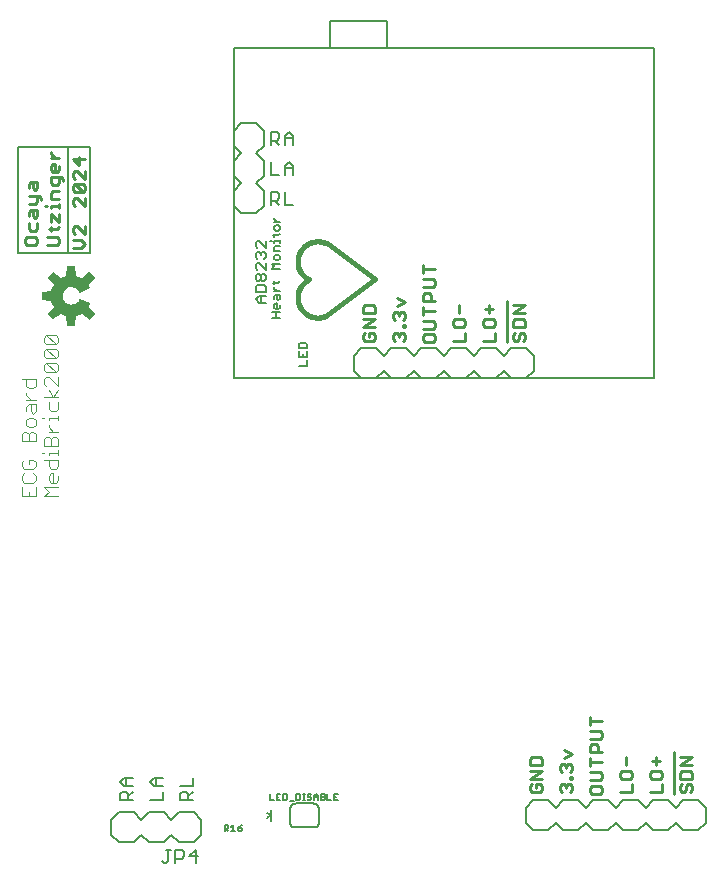
<source format=gbr>
G04 EAGLE Gerber RS-274X export*
G75*
%MOMM*%
%FSLAX34Y34*%
%LPD*%
%INSilkscreen Top*%
%IPPOS*%
%AMOC8*
5,1,8,0,0,1.08239X$1,22.5*%
G01*
%ADD10C,0.254000*%
%ADD11C,0.203200*%
%ADD12C,0.101600*%
%ADD13C,0.152400*%
%ADD14C,0.127000*%
%ADD15C,0.406400*%

G36*
X65578Y464813D02*
X65578Y464813D01*
X65610Y464811D01*
X65661Y464833D01*
X65716Y464845D01*
X65740Y464866D01*
X65770Y464878D01*
X65806Y464920D01*
X65849Y464955D01*
X65862Y464985D01*
X65883Y465009D01*
X65904Y465078D01*
X65920Y465114D01*
X65920Y465129D01*
X65925Y465148D01*
X66719Y472967D01*
X69193Y473759D01*
X69216Y473772D01*
X69251Y473783D01*
X71561Y474972D01*
X77652Y470005D01*
X77680Y469991D01*
X77704Y469970D01*
X77757Y469954D01*
X77807Y469929D01*
X77839Y469929D01*
X77870Y469920D01*
X77925Y469930D01*
X77981Y469930D01*
X78009Y469945D01*
X78041Y469950D01*
X78100Y469990D01*
X78136Y470008D01*
X78145Y470020D01*
X78161Y470031D01*
X82469Y474339D01*
X82486Y474366D01*
X82510Y474387D01*
X82531Y474439D01*
X82560Y474486D01*
X82563Y474518D01*
X82575Y474548D01*
X82572Y474603D01*
X82577Y474659D01*
X82565Y474689D01*
X82563Y474721D01*
X82529Y474784D01*
X82515Y474821D01*
X82504Y474831D01*
X82495Y474848D01*
X77528Y480939D01*
X78718Y483248D01*
X78734Y483312D01*
X78757Y483375D01*
X78755Y483396D01*
X78760Y483416D01*
X78746Y483481D01*
X78739Y483547D01*
X78728Y483565D01*
X78723Y483585D01*
X78682Y483637D01*
X78646Y483693D01*
X78627Y483706D01*
X78615Y483721D01*
X78581Y483737D01*
X78526Y483773D01*
X69864Y487361D01*
X69831Y487367D01*
X69802Y487381D01*
X69747Y487380D01*
X69693Y487389D01*
X69661Y487380D01*
X69629Y487380D01*
X69580Y487355D01*
X69527Y487339D01*
X69503Y487316D01*
X69474Y487302D01*
X69429Y487247D01*
X69401Y487220D01*
X69395Y487205D01*
X69383Y487189D01*
X68678Y485871D01*
X67754Y484745D01*
X66628Y483821D01*
X65344Y483135D01*
X63950Y482712D01*
X62501Y482569D01*
X60982Y482726D01*
X59529Y483189D01*
X58200Y483940D01*
X57053Y484946D01*
X56136Y486165D01*
X55486Y487546D01*
X55133Y489030D01*
X55090Y490555D01*
X55360Y492057D01*
X55930Y493472D01*
X56778Y494740D01*
X57867Y495809D01*
X59151Y496633D01*
X60577Y497177D01*
X62083Y497419D01*
X63607Y497347D01*
X65085Y496966D01*
X66453Y496292D01*
X67655Y495352D01*
X68639Y494186D01*
X69384Y492809D01*
X69405Y492786D01*
X69418Y492757D01*
X69461Y492721D01*
X69498Y492680D01*
X69528Y492668D01*
X69552Y492648D01*
X69607Y492635D01*
X69659Y492614D01*
X69691Y492617D01*
X69722Y492610D01*
X69793Y492624D01*
X69832Y492627D01*
X69845Y492635D01*
X69864Y492639D01*
X78526Y496227D01*
X78580Y496266D01*
X78637Y496298D01*
X78649Y496315D01*
X78666Y496328D01*
X78698Y496386D01*
X78735Y496441D01*
X78738Y496462D01*
X78748Y496481D01*
X78750Y496547D01*
X78759Y496613D01*
X78752Y496636D01*
X78753Y496654D01*
X78736Y496689D01*
X78718Y496752D01*
X77528Y499061D01*
X82495Y505152D01*
X82509Y505180D01*
X82530Y505204D01*
X82546Y505257D01*
X82571Y505307D01*
X82571Y505339D01*
X82580Y505370D01*
X82570Y505425D01*
X82570Y505481D01*
X82555Y505509D01*
X82550Y505541D01*
X82510Y505600D01*
X82492Y505636D01*
X82480Y505645D01*
X82469Y505661D01*
X78161Y509969D01*
X78134Y509986D01*
X78113Y510010D01*
X78061Y510031D01*
X78014Y510060D01*
X77982Y510063D01*
X77952Y510075D01*
X77897Y510072D01*
X77841Y510077D01*
X77811Y510065D01*
X77779Y510063D01*
X77716Y510029D01*
X77679Y510015D01*
X77669Y510004D01*
X77652Y509995D01*
X71561Y505028D01*
X69251Y506217D01*
X69239Y506220D01*
X69232Y506225D01*
X69217Y506228D01*
X69193Y506241D01*
X66719Y507033D01*
X65925Y514852D01*
X65915Y514883D01*
X65914Y514915D01*
X65887Y514964D01*
X65869Y515016D01*
X65846Y515039D01*
X65831Y515067D01*
X65785Y515099D01*
X65746Y515138D01*
X65715Y515148D01*
X65689Y515167D01*
X65619Y515180D01*
X65581Y515193D01*
X65566Y515191D01*
X65547Y515194D01*
X59453Y515194D01*
X59422Y515187D01*
X59390Y515189D01*
X59339Y515167D01*
X59284Y515155D01*
X59260Y515134D01*
X59230Y515122D01*
X59194Y515080D01*
X59151Y515045D01*
X59138Y515015D01*
X59117Y514991D01*
X59096Y514922D01*
X59080Y514886D01*
X59080Y514871D01*
X59075Y514852D01*
X58281Y507033D01*
X55807Y506241D01*
X55784Y506228D01*
X55749Y506217D01*
X53439Y505028D01*
X47348Y509995D01*
X47320Y510009D01*
X47296Y510030D01*
X47243Y510046D01*
X47193Y510071D01*
X47161Y510071D01*
X47130Y510080D01*
X47075Y510070D01*
X47019Y510070D01*
X46991Y510055D01*
X46959Y510050D01*
X46900Y510010D01*
X46865Y509992D01*
X46855Y509980D01*
X46839Y509969D01*
X42531Y505661D01*
X42514Y505634D01*
X42490Y505613D01*
X42469Y505561D01*
X42440Y505514D01*
X42437Y505482D01*
X42425Y505452D01*
X42429Y505397D01*
X42423Y505341D01*
X42435Y505311D01*
X42437Y505279D01*
X42471Y505216D01*
X42485Y505179D01*
X42496Y505169D01*
X42505Y505152D01*
X47472Y499061D01*
X46283Y496751D01*
X46276Y496725D01*
X46259Y496693D01*
X45467Y494219D01*
X37648Y493425D01*
X37617Y493415D01*
X37585Y493414D01*
X37536Y493387D01*
X37484Y493369D01*
X37461Y493346D01*
X37433Y493331D01*
X37401Y493285D01*
X37362Y493246D01*
X37352Y493215D01*
X37333Y493189D01*
X37320Y493119D01*
X37307Y493081D01*
X37309Y493066D01*
X37306Y493047D01*
X37306Y486953D01*
X37313Y486922D01*
X37311Y486890D01*
X37333Y486839D01*
X37345Y486784D01*
X37366Y486760D01*
X37378Y486730D01*
X37420Y486694D01*
X37455Y486651D01*
X37485Y486638D01*
X37509Y486617D01*
X37578Y486596D01*
X37614Y486580D01*
X37629Y486580D01*
X37648Y486575D01*
X45467Y485781D01*
X46259Y483307D01*
X46272Y483284D01*
X46283Y483249D01*
X47472Y480939D01*
X42505Y474848D01*
X42491Y474820D01*
X42470Y474796D01*
X42454Y474743D01*
X42429Y474693D01*
X42429Y474661D01*
X42420Y474630D01*
X42430Y474575D01*
X42430Y474519D01*
X42445Y474491D01*
X42450Y474459D01*
X42490Y474400D01*
X42508Y474365D01*
X42520Y474355D01*
X42531Y474339D01*
X46839Y470031D01*
X46866Y470014D01*
X46887Y469990D01*
X46939Y469969D01*
X46986Y469940D01*
X47018Y469937D01*
X47048Y469925D01*
X47103Y469929D01*
X47159Y469923D01*
X47189Y469935D01*
X47221Y469937D01*
X47284Y469971D01*
X47321Y469985D01*
X47331Y469996D01*
X47348Y470005D01*
X53439Y474972D01*
X55749Y473783D01*
X55775Y473776D01*
X55807Y473759D01*
X58281Y472967D01*
X59075Y465148D01*
X59085Y465117D01*
X59086Y465085D01*
X59113Y465036D01*
X59131Y464984D01*
X59154Y464961D01*
X59169Y464933D01*
X59215Y464901D01*
X59254Y464862D01*
X59285Y464852D01*
X59311Y464833D01*
X59381Y464820D01*
X59419Y464807D01*
X59434Y464809D01*
X59453Y464806D01*
X65547Y464806D01*
X65578Y464813D01*
G37*
D10*
X452506Y76329D02*
X450811Y74634D01*
X450811Y71245D01*
X452506Y69550D01*
X459285Y69550D01*
X460980Y71245D01*
X460980Y74634D01*
X459285Y76329D01*
X455896Y76329D01*
X455896Y72940D01*
X460980Y81244D02*
X450811Y81244D01*
X460980Y88023D01*
X450811Y88023D01*
X450811Y92938D02*
X460980Y92938D01*
X460980Y98022D01*
X459285Y99717D01*
X452506Y99717D01*
X450811Y98022D01*
X450811Y92938D01*
X476211Y71245D02*
X477906Y69550D01*
X476211Y71245D02*
X476211Y74634D01*
X477906Y76329D01*
X479601Y76329D01*
X481296Y74634D01*
X481296Y72940D01*
X481296Y74634D02*
X482990Y76329D01*
X484685Y76329D01*
X486380Y74634D01*
X486380Y71245D01*
X484685Y69550D01*
X484685Y81244D02*
X486380Y81244D01*
X484685Y81244D02*
X484685Y82939D01*
X486380Y82939D01*
X486380Y81244D01*
X477906Y87091D02*
X476211Y88786D01*
X476211Y92175D01*
X477906Y93870D01*
X479601Y93870D01*
X481296Y92175D01*
X481296Y90481D01*
X481296Y92175D02*
X482990Y93870D01*
X484685Y93870D01*
X486380Y92175D01*
X486380Y88786D01*
X484685Y87091D01*
X479601Y98785D02*
X486380Y102174D01*
X479601Y105564D01*
X572740Y103362D02*
X572740Y68280D01*
X577811Y74634D02*
X579506Y76329D01*
X577811Y74634D02*
X577811Y71245D01*
X579506Y69550D01*
X581201Y69550D01*
X582896Y71245D01*
X582896Y74634D01*
X584590Y76329D01*
X586285Y76329D01*
X587980Y74634D01*
X587980Y71245D01*
X586285Y69550D01*
X587980Y81244D02*
X577811Y81244D01*
X587980Y81244D02*
X587980Y86328D01*
X586285Y88023D01*
X579506Y88023D01*
X577811Y86328D01*
X577811Y81244D01*
X577811Y92938D02*
X587980Y92938D01*
X587980Y99717D02*
X577811Y92938D01*
X577811Y99717D02*
X587980Y99717D01*
X537180Y69550D02*
X527011Y69550D01*
X537180Y69550D02*
X537180Y76329D01*
X527011Y82939D02*
X527011Y86328D01*
X527011Y82939D02*
X528706Y81244D01*
X535485Y81244D01*
X537180Y82939D01*
X537180Y86328D01*
X535485Y88023D01*
X528706Y88023D01*
X527011Y86328D01*
X532096Y92938D02*
X532096Y99717D01*
X552411Y69550D02*
X562580Y69550D01*
X562580Y76329D01*
X552411Y82939D02*
X552411Y86328D01*
X552411Y82939D02*
X554106Y81244D01*
X560885Y81244D01*
X562580Y82939D01*
X562580Y86328D01*
X560885Y88023D01*
X554106Y88023D01*
X552411Y86328D01*
X557496Y92938D02*
X557496Y99717D01*
X560885Y96328D02*
X554106Y96328D01*
X501611Y73364D02*
X501611Y69975D01*
X503306Y68280D01*
X510085Y68280D01*
X511780Y69975D01*
X511780Y73364D01*
X510085Y75059D01*
X503306Y75059D01*
X501611Y73364D01*
X501611Y79974D02*
X510085Y79974D01*
X511780Y81669D01*
X511780Y85058D01*
X510085Y86753D01*
X501611Y86753D01*
X501611Y95058D02*
X511780Y95058D01*
X501611Y98447D02*
X501611Y91668D01*
X501611Y103362D02*
X511780Y103362D01*
X501611Y103362D02*
X501611Y108446D01*
X503306Y110141D01*
X506696Y110141D01*
X508390Y108446D01*
X508390Y103362D01*
X510085Y115056D02*
X501611Y115056D01*
X510085Y115056D02*
X511780Y116751D01*
X511780Y120140D01*
X510085Y121835D01*
X501611Y121835D01*
X501611Y130139D02*
X511780Y130139D01*
X501611Y126750D02*
X501611Y133529D01*
D11*
X139734Y63096D02*
X129057Y63096D01*
X139734Y63096D02*
X139734Y70214D01*
X139734Y74790D02*
X132616Y74790D01*
X129057Y78349D01*
X132616Y81908D01*
X139734Y81908D01*
X134395Y81908D02*
X134395Y74790D01*
X114334Y63096D02*
X103657Y63096D01*
X103657Y68435D01*
X105436Y70214D01*
X108995Y70214D01*
X110775Y68435D01*
X110775Y63096D01*
X110775Y66655D02*
X114334Y70214D01*
X114334Y74790D02*
X107216Y74790D01*
X103657Y78349D01*
X107216Y81908D01*
X114334Y81908D01*
X108995Y81908D02*
X108995Y74790D01*
X154457Y63096D02*
X165134Y63096D01*
X154457Y63096D02*
X154457Y68435D01*
X156236Y70214D01*
X159795Y70214D01*
X161575Y68435D01*
X161575Y63096D01*
X161575Y66655D02*
X165134Y70214D01*
X165134Y74790D02*
X154457Y74790D01*
X165134Y74790D02*
X165134Y81908D01*
D12*
X20498Y320180D02*
X20498Y327976D01*
X20498Y320180D02*
X32192Y320180D01*
X32192Y327976D01*
X26345Y324078D02*
X26345Y320180D01*
X20498Y337721D02*
X22447Y339670D01*
X20498Y337721D02*
X20498Y333823D01*
X22447Y331874D01*
X30243Y331874D01*
X32192Y333823D01*
X32192Y337721D01*
X30243Y339670D01*
X20498Y349415D02*
X22447Y351364D01*
X20498Y349415D02*
X20498Y345517D01*
X22447Y343568D01*
X30243Y343568D01*
X32192Y345517D01*
X32192Y349415D01*
X30243Y351364D01*
X26345Y351364D01*
X26345Y347466D01*
X32192Y366956D02*
X20498Y366956D01*
X20498Y372803D01*
X22447Y374752D01*
X24396Y374752D01*
X26345Y372803D01*
X28294Y374752D01*
X30243Y374752D01*
X32192Y372803D01*
X32192Y366956D01*
X26345Y366956D02*
X26345Y372803D01*
X32192Y380599D02*
X32192Y384497D01*
X30243Y386446D01*
X26345Y386446D01*
X24396Y384497D01*
X24396Y380599D01*
X26345Y378650D01*
X30243Y378650D01*
X32192Y380599D01*
X24396Y392293D02*
X24396Y396191D01*
X26345Y398140D01*
X32192Y398140D01*
X32192Y392293D01*
X30243Y390344D01*
X28294Y392293D01*
X28294Y398140D01*
X32192Y402038D02*
X24396Y402038D01*
X28294Y402038D02*
X24396Y405936D01*
X24396Y407885D01*
X20498Y419579D02*
X32192Y419579D01*
X32192Y413732D01*
X30243Y411783D01*
X26345Y411783D01*
X24396Y413732D01*
X24396Y419579D01*
X39548Y320180D02*
X51242Y320180D01*
X43446Y324078D02*
X39548Y320180D01*
X43446Y324078D02*
X39548Y327976D01*
X51242Y327976D01*
X51242Y333823D02*
X51242Y337721D01*
X51242Y333823D02*
X49293Y331874D01*
X45395Y331874D01*
X43446Y333823D01*
X43446Y337721D01*
X45395Y339670D01*
X47344Y339670D01*
X47344Y331874D01*
X51242Y351364D02*
X39548Y351364D01*
X51242Y351364D02*
X51242Y345517D01*
X49293Y343568D01*
X45395Y343568D01*
X43446Y345517D01*
X43446Y351364D01*
X43446Y355262D02*
X43446Y357211D01*
X51242Y357211D01*
X51242Y355262D02*
X51242Y359160D01*
X39548Y357211D02*
X37599Y357211D01*
X39548Y363058D02*
X51242Y363058D01*
X39548Y363058D02*
X39548Y368905D01*
X41497Y370854D01*
X43446Y370854D01*
X45395Y368905D01*
X47344Y370854D01*
X49293Y370854D01*
X51242Y368905D01*
X51242Y363058D01*
X45395Y363058D02*
X45395Y368905D01*
X43446Y374752D02*
X51242Y374752D01*
X47344Y374752D02*
X43446Y378650D01*
X43446Y380599D01*
X43446Y384497D02*
X43446Y386446D01*
X51242Y386446D01*
X51242Y384497D02*
X51242Y388395D01*
X39548Y386446D02*
X37599Y386446D01*
X43446Y394242D02*
X43446Y400089D01*
X43446Y394242D02*
X45395Y392293D01*
X49293Y392293D01*
X51242Y394242D01*
X51242Y400089D01*
X51242Y403987D02*
X39548Y403987D01*
X47344Y403987D02*
X51242Y409834D01*
X47344Y403987D02*
X43446Y409834D01*
X51242Y413732D02*
X51242Y421528D01*
X51242Y413732D02*
X43446Y421528D01*
X41497Y421528D01*
X39548Y419579D01*
X39548Y415681D01*
X41497Y413732D01*
X41497Y425426D02*
X49293Y425426D01*
X41497Y425426D02*
X39548Y427375D01*
X39548Y431273D01*
X41497Y433222D01*
X49293Y433222D01*
X51242Y431273D01*
X51242Y427375D01*
X49293Y425426D01*
X41497Y433222D01*
X41497Y437120D02*
X49293Y437120D01*
X41497Y437120D02*
X39548Y439069D01*
X39548Y442967D01*
X41497Y444916D01*
X49293Y444916D01*
X51242Y442967D01*
X51242Y439069D01*
X49293Y437120D01*
X41497Y444916D01*
X41497Y448814D02*
X49293Y448814D01*
X41497Y448814D02*
X39548Y450763D01*
X39548Y454661D01*
X41497Y456610D01*
X49293Y456610D01*
X51242Y454661D01*
X51242Y450763D01*
X49293Y448814D01*
X41497Y456610D01*
D10*
X23011Y534465D02*
X23011Y537854D01*
X23011Y534465D02*
X24706Y532770D01*
X31485Y532770D01*
X33180Y534465D01*
X33180Y537854D01*
X31485Y539549D01*
X24706Y539549D01*
X23011Y537854D01*
X26401Y546159D02*
X26401Y551243D01*
X26401Y546159D02*
X28096Y544464D01*
X31485Y544464D01*
X33180Y546159D01*
X33180Y551243D01*
X26401Y557853D02*
X26401Y561242D01*
X28096Y562937D01*
X33180Y562937D01*
X33180Y557853D01*
X31485Y556158D01*
X29790Y557853D01*
X29790Y562937D01*
X31485Y567852D02*
X26401Y567852D01*
X31485Y567852D02*
X33180Y569547D01*
X33180Y574631D01*
X34875Y574631D02*
X26401Y574631D01*
X34875Y574631D02*
X36570Y572936D01*
X36570Y571241D01*
X26401Y581241D02*
X26401Y584630D01*
X28096Y586325D01*
X33180Y586325D01*
X33180Y581241D01*
X31485Y579546D01*
X29790Y581241D01*
X29790Y586325D01*
X42061Y532770D02*
X50535Y532770D01*
X52230Y534465D01*
X52230Y537854D01*
X50535Y539549D01*
X42061Y539549D01*
X43756Y546159D02*
X50535Y546159D01*
X52230Y547854D01*
X45451Y547854D02*
X45451Y544464D01*
X45451Y552260D02*
X45451Y559039D01*
X52230Y552260D01*
X52230Y559039D01*
X45451Y563954D02*
X45451Y565649D01*
X52230Y565649D01*
X52230Y567343D02*
X52230Y563954D01*
X42061Y565649D02*
X40367Y565649D01*
X45451Y571750D02*
X52230Y571750D01*
X45451Y571750D02*
X45451Y576834D01*
X47146Y578529D01*
X52230Y578529D01*
X55620Y586833D02*
X55620Y588528D01*
X53925Y590223D01*
X45451Y590223D01*
X45451Y585139D01*
X47146Y583444D01*
X50535Y583444D01*
X52230Y585139D01*
X52230Y590223D01*
X52230Y596833D02*
X52230Y600222D01*
X52230Y596833D02*
X50535Y595138D01*
X47146Y595138D01*
X45451Y596833D01*
X45451Y600222D01*
X47146Y601917D01*
X48840Y601917D01*
X48840Y595138D01*
X52230Y606832D02*
X45451Y606832D01*
X48840Y606832D02*
X45451Y610221D01*
X45451Y611916D01*
D13*
X17500Y616000D02*
X17500Y526000D01*
X17500Y616000D02*
X60000Y616000D01*
X60000Y526000D01*
X17500Y526000D01*
X78000Y526500D02*
X78000Y616000D01*
X78000Y526000D02*
X60000Y526000D01*
X60000Y616000D02*
X78000Y616000D01*
D10*
X70340Y530770D02*
X63561Y530770D01*
X70340Y530770D02*
X73730Y534160D01*
X70340Y537549D01*
X63561Y537549D01*
X73730Y542464D02*
X73730Y549243D01*
X73730Y542464D02*
X66951Y549243D01*
X65256Y549243D01*
X63561Y547548D01*
X63561Y544159D01*
X65256Y542464D01*
X73730Y565852D02*
X73730Y572631D01*
X73730Y565852D02*
X66951Y572631D01*
X65256Y572631D01*
X63561Y570936D01*
X63561Y567547D01*
X65256Y565852D01*
X65256Y577546D02*
X72035Y577546D01*
X65256Y577546D02*
X63561Y579241D01*
X63561Y582630D01*
X65256Y584325D01*
X72035Y584325D01*
X73730Y582630D01*
X73730Y579241D01*
X72035Y577546D01*
X65256Y584325D01*
X73730Y589240D02*
X73730Y596019D01*
X73730Y589240D02*
X66951Y596019D01*
X65256Y596019D01*
X63561Y594324D01*
X63561Y590935D01*
X65256Y589240D01*
X63561Y606018D02*
X73730Y606018D01*
X68646Y600934D02*
X63561Y606018D01*
X68646Y607713D02*
X68646Y600934D01*
D11*
X580650Y62700D02*
X574300Y56350D01*
X580650Y62700D02*
X593350Y62700D01*
X599700Y56350D01*
X599700Y43650D02*
X593350Y37300D01*
X580650Y37300D01*
X574300Y43650D01*
X542550Y62700D02*
X529850Y62700D01*
X542550Y62700D02*
X548900Y56350D01*
X548900Y43650D02*
X542550Y37300D01*
X548900Y56350D02*
X555250Y62700D01*
X567950Y62700D01*
X574300Y56350D01*
X574300Y43650D02*
X567950Y37300D01*
X555250Y37300D01*
X548900Y43650D01*
X504450Y62700D02*
X498100Y56350D01*
X504450Y62700D02*
X517150Y62700D01*
X523500Y56350D01*
X523500Y43650D02*
X517150Y37300D01*
X504450Y37300D01*
X498100Y43650D01*
X523500Y56350D02*
X529850Y62700D01*
X523500Y43650D02*
X529850Y37300D01*
X542550Y37300D01*
X466350Y62700D02*
X453650Y62700D01*
X466350Y62700D02*
X472700Y56350D01*
X472700Y43650D02*
X466350Y37300D01*
X472700Y56350D02*
X479050Y62700D01*
X491750Y62700D01*
X498100Y56350D01*
X498100Y43650D02*
X491750Y37300D01*
X479050Y37300D01*
X472700Y43650D01*
X447300Y43650D02*
X447300Y56350D01*
X453650Y62700D01*
X447300Y43650D02*
X453650Y37300D01*
X466350Y37300D01*
X599700Y43650D02*
X599700Y56350D01*
X121900Y33650D02*
X115550Y27300D01*
X102850Y27300D01*
X96500Y33650D01*
X96500Y46350D02*
X102850Y52700D01*
X115550Y52700D01*
X121900Y46350D01*
X153650Y27300D02*
X166350Y27300D01*
X153650Y27300D02*
X147300Y33650D01*
X147300Y46350D02*
X153650Y52700D01*
X147300Y33650D02*
X140950Y27300D01*
X128250Y27300D01*
X121900Y33650D01*
X121900Y46350D02*
X128250Y52700D01*
X140950Y52700D01*
X147300Y46350D01*
X172700Y46350D02*
X172700Y33650D01*
X166350Y27300D01*
X172700Y46350D02*
X166350Y52700D01*
X153650Y52700D01*
X96500Y46350D02*
X96500Y33650D01*
D14*
X139015Y11554D02*
X140922Y9647D01*
X142828Y9647D01*
X144735Y11554D01*
X144735Y21087D01*
X142828Y21087D02*
X146642Y21087D01*
X150709Y21087D02*
X150709Y9647D01*
X150709Y21087D02*
X156429Y21087D01*
X158336Y19180D01*
X158336Y15367D01*
X156429Y13460D01*
X150709Y13460D01*
X168123Y9647D02*
X168123Y21087D01*
X162403Y15367D01*
X170029Y15367D01*
X192215Y36919D02*
X192215Y41749D01*
X194630Y41749D01*
X195435Y40944D01*
X195435Y39334D01*
X194630Y38529D01*
X192215Y38529D01*
X193825Y38529D02*
X195435Y36919D01*
X197828Y40139D02*
X199438Y41749D01*
X199438Y36919D01*
X197828Y36919D02*
X201048Y36919D01*
X205052Y40944D02*
X206662Y41749D01*
X205052Y40944D02*
X203442Y39334D01*
X203442Y37724D01*
X204247Y36919D01*
X205857Y36919D01*
X206662Y37724D01*
X206662Y38529D01*
X205857Y39334D01*
X203442Y39334D01*
D11*
X231700Y45400D02*
X231700Y50000D01*
X231700Y54600D01*
X231700Y50000D02*
X228600Y47662D01*
X231546Y50254D02*
X228600Y52184D01*
D13*
X252380Y60160D02*
X267620Y60160D01*
X247808Y44412D02*
X247810Y44279D01*
X247816Y44146D01*
X247825Y44014D01*
X247839Y43881D01*
X247856Y43749D01*
X247877Y43618D01*
X247902Y43487D01*
X247931Y43358D01*
X247964Y43229D01*
X248000Y43101D01*
X248040Y42974D01*
X248084Y42848D01*
X248131Y42724D01*
X248182Y42601D01*
X248236Y42480D01*
X248294Y42360D01*
X248356Y42242D01*
X248421Y42126D01*
X248489Y42012D01*
X248560Y41900D01*
X248635Y41790D01*
X248713Y41682D01*
X248794Y41576D01*
X248878Y41473D01*
X248965Y41373D01*
X249054Y41275D01*
X249147Y41179D01*
X249243Y41086D01*
X249341Y40997D01*
X249441Y40910D01*
X249544Y40826D01*
X249650Y40745D01*
X249758Y40667D01*
X249868Y40592D01*
X249980Y40521D01*
X250094Y40453D01*
X250210Y40388D01*
X250328Y40326D01*
X250448Y40268D01*
X250569Y40214D01*
X250692Y40163D01*
X250816Y40116D01*
X250942Y40072D01*
X251069Y40032D01*
X251197Y39996D01*
X251326Y39963D01*
X251455Y39934D01*
X251586Y39909D01*
X251717Y39888D01*
X251849Y39871D01*
X251982Y39857D01*
X252114Y39848D01*
X252247Y39842D01*
X252380Y39840D01*
X267620Y39840D02*
X267753Y39842D01*
X267886Y39848D01*
X268018Y39857D01*
X268151Y39871D01*
X268283Y39888D01*
X268414Y39909D01*
X268545Y39934D01*
X268674Y39963D01*
X268803Y39996D01*
X268931Y40032D01*
X269058Y40072D01*
X269184Y40116D01*
X269308Y40163D01*
X269431Y40214D01*
X269552Y40268D01*
X269672Y40326D01*
X269790Y40388D01*
X269906Y40453D01*
X270020Y40521D01*
X270132Y40592D01*
X270242Y40667D01*
X270350Y40745D01*
X270456Y40826D01*
X270559Y40910D01*
X270659Y40997D01*
X270757Y41086D01*
X270853Y41179D01*
X270946Y41275D01*
X271035Y41373D01*
X271122Y41473D01*
X271206Y41576D01*
X271287Y41682D01*
X271365Y41790D01*
X271440Y41900D01*
X271511Y42012D01*
X271579Y42126D01*
X271644Y42242D01*
X271706Y42360D01*
X271764Y42480D01*
X271818Y42601D01*
X271869Y42724D01*
X271916Y42848D01*
X271960Y42974D01*
X272000Y43101D01*
X272036Y43229D01*
X272069Y43358D01*
X272098Y43487D01*
X272123Y43618D01*
X272144Y43749D01*
X272161Y43881D01*
X272175Y44014D01*
X272184Y44146D01*
X272190Y44279D01*
X272192Y44412D01*
X272192Y55588D02*
X272190Y55721D01*
X272184Y55854D01*
X272175Y55986D01*
X272161Y56119D01*
X272144Y56251D01*
X272123Y56382D01*
X272098Y56513D01*
X272069Y56642D01*
X272036Y56771D01*
X272000Y56899D01*
X271960Y57026D01*
X271916Y57152D01*
X271869Y57276D01*
X271818Y57399D01*
X271764Y57520D01*
X271706Y57640D01*
X271644Y57758D01*
X271579Y57874D01*
X271511Y57988D01*
X271440Y58100D01*
X271365Y58210D01*
X271287Y58318D01*
X271206Y58424D01*
X271122Y58527D01*
X271035Y58627D01*
X270946Y58725D01*
X270853Y58821D01*
X270757Y58914D01*
X270659Y59003D01*
X270559Y59090D01*
X270456Y59174D01*
X270350Y59255D01*
X270242Y59333D01*
X270132Y59408D01*
X270020Y59479D01*
X269906Y59547D01*
X269790Y59612D01*
X269672Y59674D01*
X269552Y59732D01*
X269431Y59786D01*
X269308Y59837D01*
X269184Y59884D01*
X269058Y59928D01*
X268931Y59968D01*
X268803Y60004D01*
X268674Y60037D01*
X268545Y60066D01*
X268414Y60091D01*
X268283Y60112D01*
X268151Y60129D01*
X268018Y60143D01*
X267886Y60152D01*
X267753Y60158D01*
X267620Y60160D01*
X252380Y60160D02*
X252247Y60158D01*
X252114Y60152D01*
X251982Y60143D01*
X251849Y60129D01*
X251717Y60112D01*
X251586Y60091D01*
X251455Y60066D01*
X251326Y60037D01*
X251197Y60004D01*
X251069Y59968D01*
X250942Y59928D01*
X250816Y59884D01*
X250692Y59837D01*
X250569Y59786D01*
X250448Y59732D01*
X250328Y59674D01*
X250210Y59612D01*
X250094Y59547D01*
X249980Y59479D01*
X249868Y59408D01*
X249758Y59333D01*
X249650Y59255D01*
X249544Y59174D01*
X249441Y59090D01*
X249341Y59003D01*
X249243Y58914D01*
X249147Y58821D01*
X249054Y58725D01*
X248965Y58627D01*
X248878Y58527D01*
X248794Y58424D01*
X248713Y58318D01*
X248635Y58210D01*
X248560Y58100D01*
X248489Y57988D01*
X248421Y57874D01*
X248356Y57758D01*
X248294Y57640D01*
X248236Y57520D01*
X248182Y57399D01*
X248131Y57276D01*
X248084Y57152D01*
X248040Y57026D01*
X248000Y56899D01*
X247964Y56771D01*
X247931Y56642D01*
X247902Y56513D01*
X247877Y56382D01*
X247856Y56251D01*
X247839Y56119D01*
X247825Y55986D01*
X247816Y55854D01*
X247810Y55721D01*
X247808Y55588D01*
X247808Y44412D01*
X272192Y44412D02*
X272192Y55588D01*
X267620Y39840D02*
X252380Y39840D01*
D14*
X230698Y63109D02*
X230698Y67939D01*
X230698Y63109D02*
X233918Y63109D01*
X236311Y67939D02*
X239532Y67939D01*
X236311Y67939D02*
X236311Y63109D01*
X239532Y63109D01*
X237922Y65524D02*
X236311Y65524D01*
X241925Y67939D02*
X241925Y63109D01*
X244340Y63109D01*
X245145Y63914D01*
X245145Y67134D01*
X244340Y67939D01*
X241925Y67939D01*
X247538Y62304D02*
X250758Y62304D01*
X253151Y63109D02*
X253151Y67939D01*
X253151Y63109D02*
X255566Y63109D01*
X256371Y63914D01*
X256371Y67134D01*
X255566Y67939D01*
X253151Y67939D01*
X258764Y63109D02*
X260374Y63109D01*
X259569Y63109D02*
X259569Y67939D01*
X258764Y67939D02*
X260374Y67939D01*
X264921Y67939D02*
X265726Y67134D01*
X264921Y67939D02*
X263311Y67939D01*
X262506Y67134D01*
X262506Y66329D01*
X263311Y65524D01*
X264921Y65524D01*
X265726Y64719D01*
X265726Y63914D01*
X264921Y63109D01*
X263311Y63109D01*
X262506Y63914D01*
X268119Y63109D02*
X268119Y66329D01*
X269729Y67939D01*
X271339Y66329D01*
X271339Y63109D01*
X271339Y65524D02*
X268119Y65524D01*
X273732Y63109D02*
X273732Y67939D01*
X276147Y67939D01*
X276952Y67134D01*
X276952Y66329D01*
X276147Y65524D01*
X276952Y64719D01*
X276952Y63914D01*
X276147Y63109D01*
X273732Y63109D01*
X273732Y65524D02*
X276147Y65524D01*
X279345Y67939D02*
X279345Y63109D01*
X282565Y63109D01*
X284958Y67939D02*
X288178Y67939D01*
X284958Y67939D02*
X284958Y63109D01*
X288178Y63109D01*
X286568Y65524D02*
X284958Y65524D01*
D10*
X309211Y456834D02*
X310906Y458529D01*
X309211Y456834D02*
X309211Y453445D01*
X310906Y451750D01*
X317685Y451750D01*
X319380Y453445D01*
X319380Y456834D01*
X317685Y458529D01*
X314296Y458529D01*
X314296Y455140D01*
X319380Y463444D02*
X309211Y463444D01*
X319380Y470223D01*
X309211Y470223D01*
X309211Y475138D02*
X319380Y475138D01*
X319380Y480222D01*
X317685Y481917D01*
X310906Y481917D01*
X309211Y480222D01*
X309211Y475138D01*
X334611Y453445D02*
X336306Y451750D01*
X334611Y453445D02*
X334611Y456834D01*
X336306Y458529D01*
X338001Y458529D01*
X339696Y456834D01*
X339696Y455140D01*
X339696Y456834D02*
X341390Y458529D01*
X343085Y458529D01*
X344780Y456834D01*
X344780Y453445D01*
X343085Y451750D01*
X343085Y463444D02*
X344780Y463444D01*
X343085Y463444D02*
X343085Y465139D01*
X344780Y465139D01*
X344780Y463444D01*
X336306Y469291D02*
X334611Y470986D01*
X334611Y474375D01*
X336306Y476070D01*
X338001Y476070D01*
X339696Y474375D01*
X339696Y472681D01*
X339696Y474375D02*
X341390Y476070D01*
X343085Y476070D01*
X344780Y474375D01*
X344780Y470986D01*
X343085Y469291D01*
X338001Y480985D02*
X344780Y484374D01*
X338001Y487764D01*
X431140Y485562D02*
X431140Y450480D01*
X436211Y456834D02*
X437906Y458529D01*
X436211Y456834D02*
X436211Y453445D01*
X437906Y451750D01*
X439601Y451750D01*
X441296Y453445D01*
X441296Y456834D01*
X442990Y458529D01*
X444685Y458529D01*
X446380Y456834D01*
X446380Y453445D01*
X444685Y451750D01*
X446380Y463444D02*
X436211Y463444D01*
X446380Y463444D02*
X446380Y468528D01*
X444685Y470223D01*
X437906Y470223D01*
X436211Y468528D01*
X436211Y463444D01*
X436211Y475138D02*
X446380Y475138D01*
X446380Y481917D02*
X436211Y475138D01*
X436211Y481917D02*
X446380Y481917D01*
X395580Y451750D02*
X385411Y451750D01*
X395580Y451750D02*
X395580Y458529D01*
X385411Y465139D02*
X385411Y468528D01*
X385411Y465139D02*
X387106Y463444D01*
X393885Y463444D01*
X395580Y465139D01*
X395580Y468528D01*
X393885Y470223D01*
X387106Y470223D01*
X385411Y468528D01*
X390496Y475138D02*
X390496Y481917D01*
X410811Y451750D02*
X420980Y451750D01*
X420980Y458529D01*
X410811Y465139D02*
X410811Y468528D01*
X410811Y465139D02*
X412506Y463444D01*
X419285Y463444D01*
X420980Y465139D01*
X420980Y468528D01*
X419285Y470223D01*
X412506Y470223D01*
X410811Y468528D01*
X415896Y475138D02*
X415896Y481917D01*
X419285Y478528D02*
X412506Y478528D01*
D13*
X227178Y484011D02*
X221416Y484011D01*
X218535Y486892D01*
X221416Y489773D01*
X227178Y489773D01*
X222856Y489773D02*
X222856Y484011D01*
X218535Y493366D02*
X227178Y493366D01*
X227178Y497688D01*
X225737Y499128D01*
X219975Y499128D01*
X218535Y497688D01*
X218535Y493366D01*
X219975Y502721D02*
X218535Y504162D01*
X218535Y507043D01*
X219975Y508483D01*
X221416Y508483D01*
X222856Y507043D01*
X224297Y508483D01*
X225737Y508483D01*
X227178Y507043D01*
X227178Y504162D01*
X225737Y502721D01*
X224297Y502721D01*
X222856Y504162D01*
X221416Y502721D01*
X219975Y502721D01*
X222856Y504162D02*
X222856Y507043D01*
X227178Y512076D02*
X227178Y517839D01*
X221416Y517839D02*
X227178Y512076D01*
X221416Y517839D02*
X219975Y517839D01*
X218535Y516398D01*
X218535Y513517D01*
X219975Y512076D01*
X219975Y521432D02*
X218535Y522872D01*
X218535Y525753D01*
X219975Y527194D01*
X221416Y527194D01*
X222856Y525753D01*
X222856Y524313D01*
X222856Y525753D02*
X224297Y527194D01*
X225737Y527194D01*
X227178Y525753D01*
X227178Y522872D01*
X225737Y521432D01*
X227178Y530787D02*
X227178Y536549D01*
X227178Y530787D02*
X221416Y536549D01*
X219975Y536549D01*
X218535Y535108D01*
X218535Y532227D01*
X219975Y530787D01*
D10*
X360011Y455564D02*
X360011Y452175D01*
X361706Y450480D01*
X368485Y450480D01*
X370180Y452175D01*
X370180Y455564D01*
X368485Y457259D01*
X361706Y457259D01*
X360011Y455564D01*
X360011Y462174D02*
X368485Y462174D01*
X370180Y463869D01*
X370180Y467258D01*
X368485Y468953D01*
X360011Y468953D01*
X360011Y477258D02*
X370180Y477258D01*
X360011Y480647D02*
X360011Y473868D01*
X360011Y485562D02*
X370180Y485562D01*
X360011Y485562D02*
X360011Y490646D01*
X361706Y492341D01*
X365096Y492341D01*
X366790Y490646D01*
X366790Y485562D01*
X368485Y497256D02*
X360011Y497256D01*
X368485Y497256D02*
X370180Y498951D01*
X370180Y502340D01*
X368485Y504035D01*
X360011Y504035D01*
X360011Y512339D02*
X370180Y512339D01*
X360011Y508950D02*
X360011Y515729D01*
D11*
X231496Y592466D02*
X231496Y603143D01*
X231496Y592466D02*
X238614Y592466D01*
X243190Y592466D02*
X243190Y599584D01*
X246749Y603143D01*
X250308Y599584D01*
X250308Y592466D01*
X250308Y597805D02*
X243190Y597805D01*
X231496Y617866D02*
X231496Y628543D01*
X236835Y628543D01*
X238614Y626764D01*
X238614Y623205D01*
X236835Y621425D01*
X231496Y621425D01*
X235055Y621425D02*
X238614Y617866D01*
X243190Y617866D02*
X243190Y624984D01*
X246749Y628543D01*
X250308Y624984D01*
X250308Y617866D01*
X250308Y623205D02*
X243190Y623205D01*
X231496Y577743D02*
X231496Y567066D01*
X231496Y577743D02*
X236835Y577743D01*
X238614Y575964D01*
X238614Y572405D01*
X236835Y570625D01*
X231496Y570625D01*
X235055Y570625D02*
X238614Y567066D01*
X243190Y567066D02*
X243190Y577743D01*
X243190Y567066D02*
X250308Y567066D01*
D14*
X238989Y471435D02*
X232125Y471435D01*
X235557Y471435D02*
X235557Y476011D01*
X232125Y476011D02*
X238989Y476011D01*
X238989Y480063D02*
X238989Y482351D01*
X238989Y480063D02*
X237845Y478919D01*
X235557Y478919D01*
X234413Y480063D01*
X234413Y482351D01*
X235557Y483495D01*
X236701Y483495D01*
X236701Y478919D01*
X234413Y487547D02*
X234413Y489835D01*
X235557Y490979D01*
X238989Y490979D01*
X238989Y487547D01*
X237845Y486403D01*
X236701Y487547D01*
X236701Y490979D01*
X238989Y493887D02*
X234413Y493887D01*
X236701Y493887D02*
X234413Y496175D01*
X234413Y497319D01*
X233269Y501268D02*
X237845Y501268D01*
X238989Y502412D01*
X234413Y502412D02*
X234413Y500124D01*
X232125Y512598D02*
X238989Y512598D01*
X234413Y514886D02*
X232125Y512598D01*
X234413Y514886D02*
X232125Y517174D01*
X238989Y517174D01*
X238989Y521226D02*
X238989Y523514D01*
X237845Y524658D01*
X235557Y524658D01*
X234413Y523514D01*
X234413Y521226D01*
X235557Y520082D01*
X237845Y520082D01*
X238989Y521226D01*
X238989Y527566D02*
X234413Y527566D01*
X234413Y530998D01*
X235557Y532142D01*
X238989Y532142D01*
X234413Y535050D02*
X234413Y536194D01*
X238989Y536194D01*
X238989Y535050D02*
X238989Y537338D01*
X232125Y536194D02*
X230981Y536194D01*
X233269Y541184D02*
X237845Y541184D01*
X238989Y542328D01*
X234413Y542328D02*
X234413Y540040D01*
X238989Y546173D02*
X238989Y548461D01*
X237845Y549605D01*
X235557Y549605D01*
X234413Y548461D01*
X234413Y546173D01*
X235557Y545029D01*
X237845Y545029D01*
X238989Y546173D01*
X238989Y552513D02*
X234413Y552513D01*
X236701Y552513D02*
X234413Y554801D01*
X234413Y555945D01*
D15*
X278740Y473340D02*
X319380Y503820D01*
X278740Y534300D01*
X263500Y503820D02*
X263131Y503630D01*
X262767Y503431D01*
X262408Y503223D01*
X262054Y503007D01*
X261705Y502782D01*
X261362Y502548D01*
X261025Y502306D01*
X260694Y502057D01*
X260369Y501799D01*
X260050Y501533D01*
X259738Y501260D01*
X259432Y500979D01*
X259134Y500690D01*
X258843Y500395D01*
X258558Y500092D01*
X258282Y499783D01*
X258013Y499467D01*
X257752Y499145D01*
X257498Y498816D01*
X257253Y498481D01*
X257016Y498141D01*
X256787Y497794D01*
X256567Y497443D01*
X256356Y497086D01*
X256153Y496724D01*
X255959Y496357D01*
X255774Y495985D01*
X255599Y495609D01*
X255432Y495229D01*
X255275Y494845D01*
X255127Y494458D01*
X254988Y494067D01*
X254860Y493672D01*
X254740Y493275D01*
X254631Y492874D01*
X254531Y492472D01*
X254442Y492066D01*
X254362Y491659D01*
X254292Y491250D01*
X254232Y490840D01*
X254181Y490428D01*
X254142Y490015D01*
X254112Y489601D01*
X254092Y489186D01*
X254082Y488772D01*
X254082Y488357D01*
X254093Y487942D01*
X254114Y487527D01*
X254144Y487114D01*
X254185Y486701D01*
X254236Y486289D01*
X254297Y485878D01*
X254367Y485469D01*
X254448Y485062D01*
X254539Y484658D01*
X254639Y484255D01*
X254749Y483855D01*
X254869Y483458D01*
X254999Y483063D01*
X255138Y482672D01*
X255286Y482285D01*
X255444Y481901D01*
X255612Y481522D01*
X255788Y481146D01*
X255974Y480775D01*
X256168Y480408D01*
X256372Y480047D01*
X256584Y479690D01*
X256805Y479339D01*
X257034Y478993D01*
X257272Y478653D01*
X257517Y478319D01*
X257771Y477990D01*
X258033Y477668D01*
X258303Y477353D01*
X258580Y477044D01*
X258865Y476742D01*
X259156Y476447D01*
X259455Y476160D01*
X259761Y475879D01*
X260074Y475606D01*
X260393Y475341D01*
X260719Y475084D01*
X261051Y474835D01*
X261388Y474594D01*
X261732Y474361D01*
X262081Y474136D01*
X262435Y473921D01*
X262795Y473713D01*
X263159Y473515D01*
X263528Y473326D01*
X263902Y473145D01*
X264280Y472974D01*
X264662Y472812D01*
X265048Y472660D01*
X265437Y472516D01*
X265830Y472383D01*
X266226Y472259D01*
X266625Y472145D01*
X267027Y472040D01*
X267431Y471945D01*
X267837Y471860D01*
X268245Y471785D01*
X268655Y471720D01*
X269066Y471665D01*
X269479Y471620D01*
X269892Y471585D01*
X270306Y471560D01*
X270721Y471546D01*
X271136Y471541D01*
X271551Y471546D01*
X271965Y471562D01*
X272380Y471588D01*
X272793Y471623D01*
X273205Y471669D01*
X273617Y471725D01*
X274026Y471791D01*
X274434Y471866D01*
X274840Y471952D01*
X275244Y472048D01*
X275645Y472153D01*
X276044Y472268D01*
X276440Y472393D01*
X276832Y472527D01*
X277222Y472671D01*
X277607Y472824D01*
X277989Y472987D01*
X278367Y473159D01*
X278740Y473340D01*
X263500Y503820D02*
X263131Y504010D01*
X262767Y504209D01*
X262408Y504417D01*
X262054Y504633D01*
X261705Y504858D01*
X261362Y505092D01*
X261025Y505334D01*
X260694Y505583D01*
X260369Y505841D01*
X260050Y506107D01*
X259738Y506380D01*
X259432Y506661D01*
X259134Y506950D01*
X258843Y507245D01*
X258558Y507548D01*
X258282Y507857D01*
X258013Y508173D01*
X257752Y508495D01*
X257498Y508824D01*
X257253Y509159D01*
X257016Y509499D01*
X256787Y509846D01*
X256567Y510197D01*
X256356Y510554D01*
X256153Y510916D01*
X255959Y511283D01*
X255774Y511655D01*
X255599Y512031D01*
X255432Y512411D01*
X255275Y512795D01*
X255127Y513182D01*
X254988Y513573D01*
X254860Y513968D01*
X254740Y514365D01*
X254631Y514766D01*
X254531Y515168D01*
X254442Y515574D01*
X254362Y515981D01*
X254292Y516390D01*
X254232Y516800D01*
X254181Y517212D01*
X254142Y517625D01*
X254112Y518039D01*
X254092Y518454D01*
X254082Y518868D01*
X254082Y519283D01*
X254093Y519698D01*
X254114Y520113D01*
X254144Y520526D01*
X254185Y520939D01*
X254236Y521351D01*
X254297Y521762D01*
X254367Y522171D01*
X254448Y522578D01*
X254539Y522982D01*
X254639Y523385D01*
X254749Y523785D01*
X254869Y524182D01*
X254999Y524577D01*
X255138Y524968D01*
X255286Y525355D01*
X255444Y525739D01*
X255612Y526118D01*
X255788Y526494D01*
X255974Y526865D01*
X256168Y527232D01*
X256372Y527593D01*
X256584Y527950D01*
X256805Y528301D01*
X257034Y528647D01*
X257272Y528987D01*
X257517Y529321D01*
X257771Y529650D01*
X258033Y529972D01*
X258303Y530287D01*
X258580Y530596D01*
X258865Y530898D01*
X259156Y531193D01*
X259455Y531480D01*
X259761Y531761D01*
X260074Y532034D01*
X260393Y532299D01*
X260719Y532556D01*
X261051Y532805D01*
X261388Y533046D01*
X261732Y533279D01*
X262081Y533504D01*
X262435Y533719D01*
X262795Y533927D01*
X263159Y534125D01*
X263528Y534314D01*
X263902Y534495D01*
X264280Y534666D01*
X264662Y534828D01*
X265048Y534980D01*
X265437Y535124D01*
X265830Y535257D01*
X266226Y535381D01*
X266625Y535495D01*
X267027Y535600D01*
X267431Y535695D01*
X267837Y535780D01*
X268245Y535855D01*
X268655Y535920D01*
X269066Y535975D01*
X269479Y536020D01*
X269892Y536055D01*
X270306Y536080D01*
X270721Y536094D01*
X271136Y536099D01*
X271551Y536094D01*
X271965Y536078D01*
X272380Y536052D01*
X272793Y536017D01*
X273205Y535971D01*
X273617Y535915D01*
X274026Y535849D01*
X274434Y535774D01*
X274840Y535688D01*
X275244Y535592D01*
X275645Y535487D01*
X276044Y535372D01*
X276440Y535247D01*
X276832Y535113D01*
X277222Y534969D01*
X277607Y534816D01*
X277989Y534653D01*
X278367Y534481D01*
X278740Y534300D01*
D14*
X261849Y430795D02*
X254985Y430795D01*
X261849Y430795D02*
X261849Y435371D01*
X254985Y438279D02*
X254985Y442855D01*
X254985Y438279D02*
X261849Y438279D01*
X261849Y442855D01*
X258417Y440567D02*
X258417Y438279D01*
X254985Y445763D02*
X261849Y445763D01*
X261849Y449195D01*
X260705Y450339D01*
X256129Y450339D01*
X254985Y449195D01*
X254985Y445763D01*
D13*
X281280Y699400D02*
X200000Y699400D01*
X281280Y699400D02*
X329540Y699400D01*
X555600Y699400D01*
X200000Y699400D02*
X200000Y420000D01*
D11*
X428600Y439050D02*
X434950Y445400D01*
X447650Y445400D01*
X454000Y439050D01*
X454000Y426350D02*
X447650Y420000D01*
X434950Y420000D01*
X428600Y426350D01*
X396850Y445400D02*
X384150Y445400D01*
X396850Y445400D02*
X403200Y439050D01*
X403200Y426350D02*
X396850Y420000D01*
X403200Y439050D02*
X409550Y445400D01*
X422250Y445400D01*
X428600Y439050D01*
X428600Y426350D02*
X422250Y420000D01*
X409550Y420000D01*
X403200Y426350D01*
X358750Y445400D02*
X352400Y439050D01*
X358750Y445400D02*
X371450Y445400D01*
X377800Y439050D01*
X377800Y426350D02*
X371450Y420000D01*
X358750Y420000D01*
X352400Y426350D01*
X377800Y439050D02*
X384150Y445400D01*
X377800Y426350D02*
X384150Y420000D01*
X396850Y420000D01*
X320650Y445400D02*
X307950Y445400D01*
X320650Y445400D02*
X327000Y439050D01*
X327000Y426350D02*
X320650Y420000D01*
X327000Y439050D02*
X333350Y445400D01*
X346050Y445400D01*
X352400Y439050D01*
X352400Y426350D02*
X346050Y420000D01*
X333350Y420000D01*
X327000Y426350D01*
X301600Y426350D02*
X301600Y439050D01*
X307950Y445400D01*
X301600Y426350D02*
X307950Y420000D01*
X320650Y420000D01*
X454000Y426350D02*
X454000Y439050D01*
X206350Y610500D02*
X200000Y616850D01*
X200000Y629550D01*
X206350Y635900D01*
X219050Y635900D02*
X225400Y629550D01*
X225400Y616850D01*
X219050Y610500D01*
X200000Y578750D02*
X200000Y566050D01*
X200000Y578750D02*
X206350Y585100D01*
X219050Y585100D02*
X225400Y578750D01*
X206350Y585100D02*
X200000Y591450D01*
X200000Y604150D01*
X206350Y610500D01*
X219050Y610500D02*
X225400Y604150D01*
X225400Y591450D01*
X219050Y585100D01*
X219050Y559700D02*
X206350Y559700D01*
X200000Y566050D01*
X219050Y559700D02*
X225400Y566050D01*
X225400Y578750D01*
X219050Y635900D02*
X206350Y635900D01*
D13*
X281280Y699400D02*
X281280Y722260D01*
X329540Y722260D02*
X329540Y699400D01*
X329540Y722260D02*
X281280Y722260D01*
X555600Y699400D02*
X555600Y420000D01*
X200000Y420000D01*
M02*

</source>
